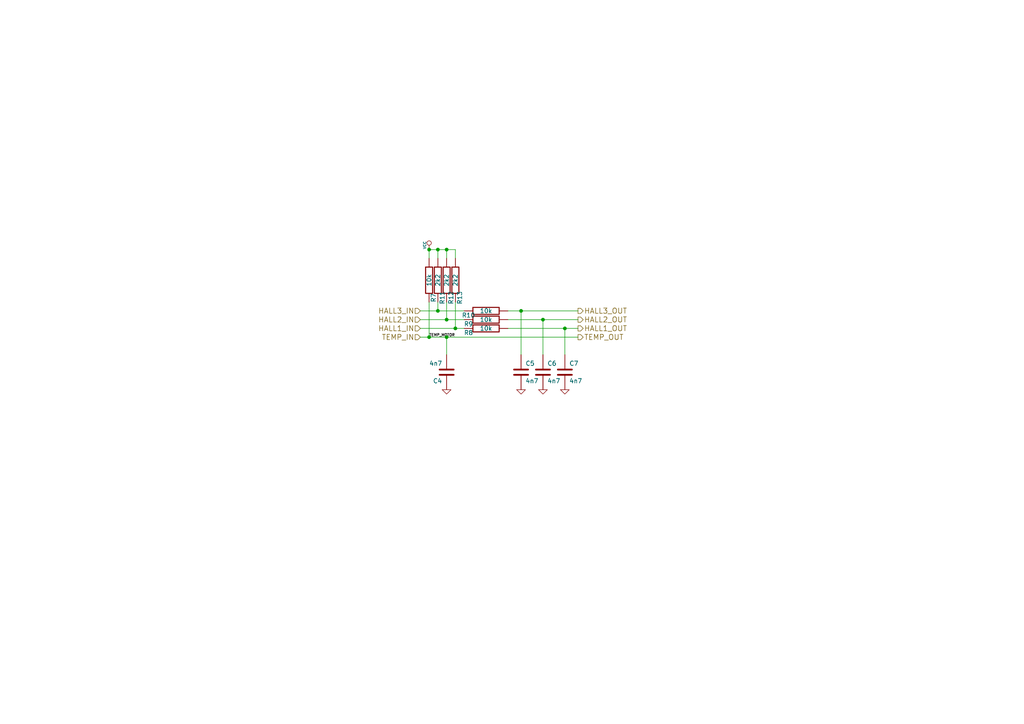
<source format=kicad_sch>
(kicad_sch (version 20230121) (generator eeschema)

  (uuid eb753b7a-d2af-4185-b76d-a71b2ec90ec6)

  (paper "A4")

  (title_block
    (title "BLDC Driver 4.11")
    (date "21 aug 2015")
    (rev "4.12")
    (company "Benjamin Vedder")
  )

  (lib_symbols
    (symbol "BLDC_4-rescue:C-RESCUE-BLDC_4" (pin_numbers hide) (pin_names (offset 0.254)) (in_bom yes) (on_board yes)
      (property "Reference" "C" (at 0 2.54 0)
        (effects (font (size 1.016 1.016)) (justify left))
      )
      (property "Value" "C-RESCUE-BLDC_4" (at 0.1524 -2.159 0)
        (effects (font (size 1.016 1.016)) (justify left))
      )
      (property "Footprint" "" (at 0.9652 -3.81 0)
        (effects (font (size 0.762 0.762)))
      )
      (property "Datasheet" "" (at 0 0 0)
        (effects (font (size 1.524 1.524)))
      )
      (property "ki_fp_filters" "SM* C? C1-1" (at 0 0 0)
        (effects (font (size 1.27 1.27)) hide)
      )
      (symbol "C-RESCUE-BLDC_4_0_1"
        (polyline
          (pts
            (xy -2.032 -0.762)
            (xy 2.032 -0.762)
          )
          (stroke (width 0.508) (type solid))
          (fill (type none))
        )
        (polyline
          (pts
            (xy -2.032 0.762)
            (xy 2.032 0.762)
          )
          (stroke (width 0.508) (type solid))
          (fill (type none))
        )
      )
      (symbol "C-RESCUE-BLDC_4_1_1"
        (pin passive line (at 0 5.08 270) (length 4.318)
          (name "~" (effects (font (size 1.016 1.016))))
          (number "1" (effects (font (size 1.016 1.016))))
        )
        (pin passive line (at 0 -5.08 90) (length 4.318)
          (name "~" (effects (font (size 1.016 1.016))))
          (number "2" (effects (font (size 1.016 1.016))))
        )
      )
    )
    (symbol "BLDC_4-rescue:GND-RESCUE-BLDC_4" (power) (pin_names (offset 0)) (in_bom yes) (on_board yes)
      (property "Reference" "#PWR" (at 0 0 0)
        (effects (font (size 0.762 0.762)) hide)
      )
      (property "Value" "GND-RESCUE-BLDC_4" (at 0 -1.778 0)
        (effects (font (size 0.762 0.762)) hide)
      )
      (property "Footprint" "" (at 0 0 0)
        (effects (font (size 1.524 1.524)))
      )
      (property "Datasheet" "" (at 0 0 0)
        (effects (font (size 1.524 1.524)))
      )
      (symbol "GND-RESCUE-BLDC_4_0_1"
        (polyline
          (pts
            (xy -1.27 0)
            (xy 0 -1.27)
            (xy 1.27 0)
            (xy -1.27 0)
          )
          (stroke (width 0) (type solid))
          (fill (type none))
        )
      )
      (symbol "GND-RESCUE-BLDC_4_1_1"
        (pin power_in line (at 0 0 90) (length 0) hide
          (name "GND" (effects (font (size 0.762 0.762))))
          (number "1" (effects (font (size 0.762 0.762))))
        )
      )
    )
    (symbol "BLDC_4-rescue:R-RESCUE-BLDC_4" (pin_numbers hide) (pin_names (offset 0)) (in_bom yes) (on_board yes)
      (property "Reference" "R" (at 2.032 0 90)
        (effects (font (size 1.016 1.016)))
      )
      (property "Value" "R-RESCUE-BLDC_4" (at 0.1778 0.0254 90)
        (effects (font (size 1.016 1.016)))
      )
      (property "Footprint" "" (at -1.778 0 90)
        (effects (font (size 0.762 0.762)))
      )
      (property "Datasheet" "" (at 0 0 0)
        (effects (font (size 0.762 0.762)))
      )
      (property "ki_fp_filters" "R? SM0603 SM0805 R?-* SM1206" (at 0 0 0)
        (effects (font (size 1.27 1.27)) hide)
      )
      (symbol "R-RESCUE-BLDC_4_0_1"
        (rectangle (start -1.016 3.81) (end 1.016 -3.81)
          (stroke (width 0.3048) (type solid))
          (fill (type none))
        )
      )
      (symbol "R-RESCUE-BLDC_4_1_1"
        (pin passive line (at 0 6.35 270) (length 2.54)
          (name "~" (effects (font (size 1.524 1.524))))
          (number "1" (effects (font (size 1.524 1.524))))
        )
        (pin passive line (at 0 -6.35 90) (length 2.54)
          (name "~" (effects (font (size 1.524 1.524))))
          (number "2" (effects (font (size 1.524 1.524))))
        )
      )
    )
    (symbol "BLDC_4-rescue:VCC" (power) (pin_names (offset 0)) (in_bom yes) (on_board yes)
      (property "Reference" "#PWR" (at 0 -3.81 0)
        (effects (font (size 1.27 1.27)) hide)
      )
      (property "Value" "VCC" (at 0 3.81 0)
        (effects (font (size 1.27 1.27)))
      )
      (property "Footprint" "" (at 0 0 0)
        (effects (font (size 1.524 1.524)))
      )
      (property "Datasheet" "" (at 0 0 0)
        (effects (font (size 1.524 1.524)))
      )
      (symbol "VCC_0_1"
        (polyline
          (pts
            (xy 0 0)
            (xy 0 1.27)
          )
          (stroke (width 0) (type solid))
          (fill (type none))
        )
        (circle (center 0 1.905) (radius 0.635)
          (stroke (width 0) (type solid))
          (fill (type none))
        )
      )
      (symbol "VCC_1_1"
        (pin power_in line (at 0 0 90) (length 0) hide
          (name "VCC" (effects (font (size 1.27 1.27))))
          (number "1" (effects (font (size 1.27 1.27))))
        )
      )
    )
  )

  (junction (at 124.46 72.39) (diameter 0) (color 0 0 0 0)
    (uuid 032bc6b7-facf-47de-9a22-f7353a1605aa)
  )
  (junction (at 151.13 90.17) (diameter 0) (color 0 0 0 0)
    (uuid 17d2729e-0a32-484e-95a3-cf5876dcc221)
  )
  (junction (at 127 90.17) (diameter 0) (color 0 0 0 0)
    (uuid 282fdeaa-2df5-4d21-b183-1208c39e7b9b)
  )
  (junction (at 132.08 95.25) (diameter 0) (color 0 0 0 0)
    (uuid 415770f9-f18a-4650-9a47-180476c723c3)
  )
  (junction (at 129.54 72.39) (diameter 0) (color 0 0 0 0)
    (uuid 4af4c2e4-436b-483f-9e04-8fabdc871273)
  )
  (junction (at 163.83 95.25) (diameter 0) (color 0 0 0 0)
    (uuid 70b30de8-b905-4b3f-97f1-3c2958a12d24)
  )
  (junction (at 129.54 92.71) (diameter 0) (color 0 0 0 0)
    (uuid 7d32baea-97e3-4788-bdf2-9d8a49db26aa)
  )
  (junction (at 129.54 97.79) (diameter 0) (color 0 0 0 0)
    (uuid 8901991f-9986-43f8-9582-fd0870b5f7c8)
  )
  (junction (at 124.46 97.79) (diameter 0) (color 0 0 0 0)
    (uuid 8b9a9e28-2a66-40ed-b988-3b5d272ad8ae)
  )
  (junction (at 157.48 92.71) (diameter 0) (color 0 0 0 0)
    (uuid 9e4f4a7d-f492-4bc7-bf79-d9db7563cc3a)
  )
  (junction (at 127 72.39) (diameter 0) (color 0 0 0 0)
    (uuid e709eec3-84a4-48c9-abe6-07cc5708fca0)
  )

  (wire (pts (xy 147.32 90.17) (xy 151.13 90.17))
    (stroke (width 0) (type default))
    (uuid 06aca1d9-1486-4aa9-ae33-dbc239b8202e)
  )
  (wire (pts (xy 124.46 87.63) (xy 124.46 97.79))
    (stroke (width 0) (type default))
    (uuid 13a5bbca-970d-41c7-a749-b665138396c5)
  )
  (wire (pts (xy 151.13 90.17) (xy 151.13 102.87))
    (stroke (width 0) (type default))
    (uuid 14bbdb0c-9cd7-463f-a013-0f7ca89a118a)
  )
  (wire (pts (xy 132.08 87.63) (xy 132.08 95.25))
    (stroke (width 0) (type default))
    (uuid 19b165d3-dfdc-4783-9011-f01e889a8de2)
  )
  (wire (pts (xy 129.54 72.39) (xy 129.54 74.93))
    (stroke (width 0) (type default))
    (uuid 23194465-81ff-4314-9fe9-7d876b7dc1f7)
  )
  (wire (pts (xy 147.32 92.71) (xy 157.48 92.71))
    (stroke (width 0) (type default))
    (uuid 279e5225-f5b5-4b66-a856-e9e80337967c)
  )
  (wire (pts (xy 124.46 72.39) (xy 124.46 74.93))
    (stroke (width 0) (type default))
    (uuid 3ec2e5b8-56e0-4739-bf79-a6c0b87a87ed)
  )
  (wire (pts (xy 121.92 92.71) (xy 129.54 92.71))
    (stroke (width 0) (type default))
    (uuid 6b86998d-2503-4e58-a7cd-b85a8bb82367)
  )
  (wire (pts (xy 129.54 72.39) (xy 132.08 72.39))
    (stroke (width 0) (type default))
    (uuid 78bf6de2-3dd6-4eca-8982-4d1558c64229)
  )
  (wire (pts (xy 124.46 97.79) (xy 129.54 97.79))
    (stroke (width 0) (type default))
    (uuid 7a0d15de-adea-41b4-972f-24d4b61e7d17)
  )
  (wire (pts (xy 129.54 97.79) (xy 167.64 97.79))
    (stroke (width 0) (type default))
    (uuid 7c3b9c6a-d0bb-47eb-84c5-b30ccd7b7a69)
  )
  (wire (pts (xy 157.48 92.71) (xy 167.64 92.71))
    (stroke (width 0) (type default))
    (uuid 831087da-32cd-4de7-82fb-5d4fe91b1533)
  )
  (wire (pts (xy 124.46 72.39) (xy 127 72.39))
    (stroke (width 0) (type default))
    (uuid 852cbbdc-cf63-4716-9842-48514d159d7e)
  )
  (wire (pts (xy 127 74.93) (xy 127 72.39))
    (stroke (width 0) (type default))
    (uuid 86837189-bf30-4fc3-93e1-4a951c05114d)
  )
  (wire (pts (xy 127 90.17) (xy 134.62 90.17))
    (stroke (width 0) (type default))
    (uuid 8885b393-df98-443c-a169-dee11badcd43)
  )
  (wire (pts (xy 129.54 92.71) (xy 134.62 92.71))
    (stroke (width 0) (type default))
    (uuid 8a1a48dd-5b16-45b5-ae60-a37455475607)
  )
  (wire (pts (xy 157.48 92.71) (xy 157.48 102.87))
    (stroke (width 0) (type default))
    (uuid 94611a02-ceda-4d13-bc7f-c5c1f811807e)
  )
  (wire (pts (xy 129.54 97.79) (xy 129.54 102.87))
    (stroke (width 0) (type default))
    (uuid 98257eee-5712-4f4c-aec9-226513d06c3a)
  )
  (wire (pts (xy 121.92 90.17) (xy 127 90.17))
    (stroke (width 0) (type default))
    (uuid 99e9a6e1-b2b1-4bcb-b431-09a8514a7df0)
  )
  (wire (pts (xy 151.13 90.17) (xy 167.64 90.17))
    (stroke (width 0) (type default))
    (uuid 9aec58b1-f9f6-42be-8bb0-532db2f78a68)
  )
  (wire (pts (xy 127 72.39) (xy 129.54 72.39))
    (stroke (width 0) (type default))
    (uuid a456d9c8-08fb-4407-b3ef-e2bee5991ba1)
  )
  (wire (pts (xy 132.08 95.25) (xy 134.62 95.25))
    (stroke (width 0) (type default))
    (uuid a7eafdde-1f86-463d-bddc-d80bb4775a22)
  )
  (wire (pts (xy 163.83 95.25) (xy 163.83 102.87))
    (stroke (width 0) (type default))
    (uuid af55c4ed-ccaf-4b7e-85e3-7383d667304f)
  )
  (wire (pts (xy 121.92 95.25) (xy 132.08 95.25))
    (stroke (width 0) (type default))
    (uuid afc2122e-bfd8-4a4e-8a50-4ec846f07876)
  )
  (wire (pts (xy 121.92 97.79) (xy 124.46 97.79))
    (stroke (width 0) (type default))
    (uuid b4c2f19e-3cb7-4953-97b5-df2fd5cbff68)
  )
  (wire (pts (xy 132.08 72.39) (xy 132.08 74.93))
    (stroke (width 0) (type default))
    (uuid bd875256-c84b-4651-9a3e-bfb5360d16d9)
  )
  (wire (pts (xy 127 87.63) (xy 127 90.17))
    (stroke (width 0) (type default))
    (uuid ccab8b19-c15b-486d-917e-b9c3ba979218)
  )
  (wire (pts (xy 129.54 87.63) (xy 129.54 92.71))
    (stroke (width 0) (type default))
    (uuid d5afc06d-b487-441f-bdd4-03da52714619)
  )
  (wire (pts (xy 163.83 95.25) (xy 167.64 95.25))
    (stroke (width 0) (type default))
    (uuid f095ac58-9ec8-4f3c-890e-52fb85110fea)
  )
  (wire (pts (xy 147.32 95.25) (xy 163.83 95.25))
    (stroke (width 0) (type default))
    (uuid fca3ae60-2bd4-46cd-abf8-5e974df2a75d)
  )

  (label "TEMP_MOTOR" (at 124.46 97.79 0)
    (effects (font (size 0.762 0.762)) (justify left bottom))
    (uuid 4282f0b5-5925-40ef-a3df-46209af015f8)
  )

  (hierarchical_label "HALL2_IN" (shape input) (at 121.92 92.71 180)
    (effects (font (size 1.524 1.524)) (justify right))
    (uuid 0fa5aafe-33e4-4d98-b86b-95737a3daca6)
  )
  (hierarchical_label "TEMP_IN" (shape input) (at 121.92 97.79 180)
    (effects (font (size 1.524 1.524)) (justify right))
    (uuid 3f48bede-c60b-4eec-8f66-590e13887546)
  )
  (hierarchical_label "HALL1_IN" (shape input) (at 121.92 95.25 180)
    (effects (font (size 1.524 1.524)) (justify right))
    (uuid 5b762a04-7ad7-41df-b1ff-ec5e0a9cf815)
  )
  (hierarchical_label "TEMP_OUT" (shape output) (at 167.64 97.79 0)
    (effects (font (size 1.524 1.524)) (justify left))
    (uuid 5d578965-495c-4565-82d0-4de16d272cd2)
  )
  (hierarchical_label "HALL3_IN" (shape input) (at 121.92 90.17 180)
    (effects (font (size 1.524 1.524)) (justify right))
    (uuid 622ab4b7-8a09-4740-91a3-dc30b16ccd68)
  )
  (hierarchical_label "HALL1_OUT" (shape output) (at 167.64 95.25 0)
    (effects (font (size 1.524 1.524)) (justify left))
    (uuid 6dff6652-6c39-4a18-8afd-ada928cf55d5)
  )
  (hierarchical_label "HALL2_OUT" (shape output) (at 167.64 92.71 0)
    (effects (font (size 1.524 1.524)) (justify left))
    (uuid 8a22271b-2810-4af3-b089-e5dcea791b3e)
  )
  (hierarchical_label "HALL3_OUT" (shape output) (at 167.64 90.17 0)
    (effects (font (size 1.524 1.524)) (justify left))
    (uuid 8bea05df-caed-40a3-8918-5d520778a834)
  )

  (symbol (lib_id "BLDC_4-rescue:R-RESCUE-BLDC_4") (at 124.46 81.28 180) (unit 1)
    (in_bom yes) (on_board yes) (dnp no)
    (uuid 00000000-0000-0000-0000-000053fbb581)
    (property "Reference" "R7" (at 125.73 86.36 90)
      (effects (font (size 1.27 1.27)))
    )
    (property "Value" "10k" (at 124.46 81.28 90)
      (effects (font (size 1.27 1.27)))
    )
    (property "Footprint" "CRF1:SMD-0603_r" (at 124.46 81.28 0)
      (effects (font (size 1.524 1.524)) hide)
    )
    (property "Datasheet" "" (at 124.46 81.28 0)
      (effects (font (size 1.524 1.524)) hide)
    )
    (pin "1" (uuid b505b109-f787-4b22-8f77-fce686d71b77))
    (pin "2" (uuid 009344cc-0f02-4715-aa02-581f6aa34bc0))
    (instances
      (project "BLDC_4"
        (path "/c7d1ef6e-971c-44f9-9b38-5ce7961bd2ce/00000000-0000-0000-0000-000053fba77e"
          (reference "R7") (unit 1)
        )
      )
    )
  )

  (symbol (lib_id "BLDC_4-rescue:R-RESCUE-BLDC_4") (at 140.97 95.25 90) (unit 1)
    (in_bom yes) (on_board yes) (dnp no)
    (uuid 00000000-0000-0000-0000-000053fbb588)
    (property "Reference" "R8" (at 135.89 96.52 90)
      (effects (font (size 1.27 1.27)))
    )
    (property "Value" "10k" (at 140.97 95.25 90)
      (effects (font (size 1.27 1.27)))
    )
    (property "Footprint" "CRF1:SMD-0603_r" (at 140.97 95.25 0)
      (effects (font (size 1.524 1.524)) hide)
    )
    (property "Datasheet" "" (at 140.97 95.25 0)
      (effects (font (size 1.524 1.524)) hide)
    )
    (pin "1" (uuid 4073c34e-e797-448d-910d-2876cd74a9ff))
    (pin "2" (uuid 4473095f-ac88-41e2-bc9a-4d6b264f5ce3))
    (instances
      (project "BLDC_4"
        (path "/c7d1ef6e-971c-44f9-9b38-5ce7961bd2ce/00000000-0000-0000-0000-000053fba77e"
          (reference "R8") (unit 1)
        )
      )
    )
  )

  (symbol (lib_id "BLDC_4-rescue:R-RESCUE-BLDC_4") (at 140.97 92.71 90) (unit 1)
    (in_bom yes) (on_board yes) (dnp no)
    (uuid 00000000-0000-0000-0000-000053fbb58f)
    (property "Reference" "R9" (at 135.89 93.98 90)
      (effects (font (size 1.27 1.27)))
    )
    (property "Value" "10k" (at 140.97 92.71 90)
      (effects (font (size 1.27 1.27)))
    )
    (property "Footprint" "CRF1:SMD-0603_r" (at 140.97 92.71 0)
      (effects (font (size 1.524 1.524)) hide)
    )
    (property "Datasheet" "" (at 140.97 92.71 0)
      (effects (font (size 1.524 1.524)) hide)
    )
    (pin "1" (uuid 813436fa-421f-49be-a736-b1f85869435f))
    (pin "2" (uuid bc76c826-ec16-414a-be8f-bca0109823b0))
    (instances
      (project "BLDC_4"
        (path "/c7d1ef6e-971c-44f9-9b38-5ce7961bd2ce/00000000-0000-0000-0000-000053fba77e"
          (reference "R9") (unit 1)
        )
      )
    )
  )

  (symbol (lib_id "BLDC_4-rescue:R-RESCUE-BLDC_4") (at 140.97 90.17 90) (unit 1)
    (in_bom yes) (on_board yes) (dnp no)
    (uuid 00000000-0000-0000-0000-000053fbb596)
    (property "Reference" "R10" (at 135.89 91.44 90)
      (effects (font (size 1.27 1.27)))
    )
    (property "Value" "10k" (at 140.97 90.17 90)
      (effects (font (size 1.27 1.27)))
    )
    (property "Footprint" "CRF1:SMD-0603_r" (at 140.97 90.17 0)
      (effects (font (size 1.524 1.524)) hide)
    )
    (property "Datasheet" "" (at 140.97 90.17 0)
      (effects (font (size 1.524 1.524)) hide)
    )
    (pin "1" (uuid 502b749b-4515-418b-9b0b-2e31b42e41a6))
    (pin "2" (uuid 97229c1d-4265-45f1-82d0-16d9f3f42b6d))
    (instances
      (project "BLDC_4"
        (path "/c7d1ef6e-971c-44f9-9b38-5ce7961bd2ce/00000000-0000-0000-0000-000053fba77e"
          (reference "R10") (unit 1)
        )
      )
    )
  )

  (symbol (lib_id "BLDC_4-rescue:C-RESCUE-BLDC_4") (at 151.13 107.95 0) (unit 1)
    (in_bom yes) (on_board yes) (dnp no)
    (uuid 00000000-0000-0000-0000-000053fbb59d)
    (property "Reference" "C5" (at 152.4 105.41 0)
      (effects (font (size 1.27 1.27)) (justify left))
    )
    (property "Value" "4n7" (at 152.4 110.49 0)
      (effects (font (size 1.27 1.27)) (justify left))
    )
    (property "Footprint" "CRF1:SMD-0603_c" (at 151.13 107.95 0)
      (effects (font (size 1.524 1.524)) hide)
    )
    (property "Datasheet" "" (at 151.13 107.95 0)
      (effects (font (size 1.524 1.524)) hide)
    )
    (pin "1" (uuid 518165a0-995e-4f82-8e0e-c943d13f9c94))
    (pin "2" (uuid 1745fd1f-f389-430c-9aa1-e3940584c9a2))
    (instances
      (project "BLDC_4"
        (path "/c7d1ef6e-971c-44f9-9b38-5ce7961bd2ce/00000000-0000-0000-0000-000053fba77e"
          (reference "C5") (unit 1)
        )
      )
    )
  )

  (symbol (lib_id "BLDC_4-rescue:C-RESCUE-BLDC_4") (at 157.48 107.95 0) (unit 1)
    (in_bom yes) (on_board yes) (dnp no)
    (uuid 00000000-0000-0000-0000-000053fbb5a4)
    (property "Reference" "C6" (at 158.75 105.41 0)
      (effects (font (size 1.27 1.27)) (justify left))
    )
    (property "Value" "4n7" (at 158.75 110.49 0)
      (effects (font (size 1.27 1.27)) (justify left))
    )
    (property "Footprint" "CRF1:SMD-0603_c" (at 157.48 107.95 0)
      (effects (font (size 1.524 1.524)) hide)
    )
    (property "Datasheet" "" (at 157.48 107.95 0)
      (effects (font (size 1.524 1.524)) hide)
    )
    (pin "2" (uuid b69f9a9b-72a7-40b9-8b48-ddbcf248d933))
    (pin "1" (uuid bbbdd6ed-6af7-4784-a111-53435f8a991e))
    (instances
      (project "BLDC_4"
        (path "/c7d1ef6e-971c-44f9-9b38-5ce7961bd2ce/00000000-0000-0000-0000-000053fba77e"
          (reference "C6") (unit 1)
        )
      )
    )
  )

  (symbol (lib_id "BLDC_4-rescue:C-RESCUE-BLDC_4") (at 163.83 107.95 0) (unit 1)
    (in_bom yes) (on_board yes) (dnp no)
    (uuid 00000000-0000-0000-0000-000053fbb5ab)
    (property "Reference" "C7" (at 165.1 105.41 0)
      (effects (font (size 1.27 1.27)) (justify left))
    )
    (property "Value" "4n7" (at 165.1 110.49 0)
      (effects (font (size 1.27 1.27)) (justify left))
    )
    (property "Footprint" "CRF1:SMD-0603_c" (at 163.83 107.95 0)
      (effects (font (size 1.524 1.524)) hide)
    )
    (property "Datasheet" "" (at 163.83 107.95 0)
      (effects (font (size 1.524 1.524)) hide)
    )
    (pin "1" (uuid 75c6ed5a-e019-47c9-8510-13600cb3e6a2))
    (pin "2" (uuid fbb75a50-430f-48c5-9b7b-537ec2662582))
    (instances
      (project "BLDC_4"
        (path "/c7d1ef6e-971c-44f9-9b38-5ce7961bd2ce/00000000-0000-0000-0000-000053fba77e"
          (reference "C7") (unit 1)
        )
      )
    )
  )

  (symbol (lib_id "BLDC_4-rescue:GND-RESCUE-BLDC_4") (at 151.13 113.03 0) (unit 1)
    (in_bom yes) (on_board yes) (dnp no)
    (uuid 00000000-0000-0000-0000-000053fbb5b2)
    (property "Reference" "#PWR030" (at 151.13 113.03 0)
      (effects (font (size 0.762 0.762)) hide)
    )
    (property "Value" "GND" (at 151.13 114.808 0)
      (effects (font (size 0.762 0.762)) hide)
    )
    (property "Footprint" "" (at 151.13 113.03 0)
      (effects (font (size 1.524 1.524)) hide)
    )
    (property "Datasheet" "" (at 151.13 113.03 0)
      (effects (font (size 1.524 1.524)) hide)
    )
    (pin "1" (uuid 90c046a5-1c9d-4ac2-8fcd-53c6956dde9c))
    (instances
      (project "BLDC_4"
        (path "/c7d1ef6e-971c-44f9-9b38-5ce7961bd2ce/00000000-0000-0000-0000-000053fba77e"
          (reference "#PWR030") (unit 1)
        )
      )
    )
  )

  (symbol (lib_id "BLDC_4-rescue:R-RESCUE-BLDC_4") (at 127 81.28 180) (unit 1)
    (in_bom yes) (on_board yes) (dnp no)
    (uuid 00000000-0000-0000-0000-000053fbb5b8)
    (property "Reference" "R11" (at 128.27 86.36 90)
      (effects (font (size 1.27 1.27)))
    )
    (property "Value" "2k2" (at 127 81.28 90)
      (effects (font (size 1.27 1.27)))
    )
    (property "Footprint" "CRF1:SMD-0603_r" (at 127 81.28 0)
      (effects (font (size 1.524 1.524)) hide)
    )
    (property "Datasheet" "" (at 127 81.28 0)
      (effects (font (size 1.524 1.524)) hide)
    )
    (pin "1" (uuid 6c4e3fc5-877e-4b93-a1fa-6e88cfe6629c))
    (pin "2" (uuid 4f7833d6-a8c3-44a3-9b48-75846b31d442))
    (instances
      (project "BLDC_4"
        (path "/c7d1ef6e-971c-44f9-9b38-5ce7961bd2ce/00000000-0000-0000-0000-000053fba77e"
          (reference "R11") (unit 1)
        )
      )
    )
  )

  (symbol (lib_id "BLDC_4-rescue:R-RESCUE-BLDC_4") (at 129.54 81.28 180) (unit 1)
    (in_bom yes) (on_board yes) (dnp no)
    (uuid 00000000-0000-0000-0000-000053fbb5bf)
    (property "Reference" "R12" (at 130.81 86.36 90)
      (effects (font (size 1.27 1.27)))
    )
    (property "Value" "2k2" (at 129.54 81.28 90)
      (effects (font (size 1.27 1.27)))
    )
    (property "Footprint" "CRF1:SMD-0603_r" (at 129.54 81.28 0)
      (effects (font (size 1.524 1.524)) hide)
    )
    (property "Datasheet" "" (at 129.54 81.28 0)
      (effects (font (size 1.524 1.524)) hide)
    )
    (pin "1" (uuid 7216edb4-6f33-4eda-bad8-0fe49f5fcbe7))
    (pin "2" (uuid 2c1fadaa-f48f-4d8d-93ae-58c9520fc64d))
    (instances
      (project "BLDC_4"
        (path "/c7d1ef6e-971c-44f9-9b38-5ce7961bd2ce/00000000-0000-0000-0000-000053fba77e"
          (reference "R12") (unit 1)
        )
      )
    )
  )

  (symbol (lib_id "BLDC_4-rescue:R-RESCUE-BLDC_4") (at 132.08 81.28 180) (unit 1)
    (in_bom yes) (on_board yes) (dnp no)
    (uuid 00000000-0000-0000-0000-000053fbb5c6)
    (property "Reference" "R13" (at 133.35 86.36 90)
      (effects (font (size 1.27 1.27)))
    )
    (property "Value" "2k2" (at 132.08 81.28 90)
      (effects (font (size 1.27 1.27)))
    )
    (property "Footprint" "CRF1:SMD-0603_r" (at 132.08 81.28 0)
      (effects (font (size 1.524 1.524)) hide)
    )
    (property "Datasheet" "" (at 132.08 81.28 0)
      (effects (font (size 1.524 1.524)) hide)
    )
    (pin "2" (uuid 0ce1e747-74d7-4f25-8dcc-9836f59771ab))
    (pin "1" (uuid 24e86806-c715-4ce5-a139-c74dce3042eb))
    (instances
      (project "BLDC_4"
        (path "/c7d1ef6e-971c-44f9-9b38-5ce7961bd2ce/00000000-0000-0000-0000-000053fba77e"
          (reference "R13") (unit 1)
        )
      )
    )
  )

  (symbol (lib_id "BLDC_4-rescue:C-RESCUE-BLDC_4") (at 129.54 107.95 180) (unit 1)
    (in_bom yes) (on_board yes) (dnp no)
    (uuid 00000000-0000-0000-0000-000053fbb5cd)
    (property "Reference" "C4" (at 128.27 110.49 0)
      (effects (font (size 1.27 1.27)) (justify left))
    )
    (property "Value" "4n7" (at 128.27 105.41 0)
      (effects (font (size 1.27 1.27)) (justify left))
    )
    (property "Footprint" "CRF1:SMD-0603_c" (at 129.54 107.95 0)
      (effects (font (size 1.524 1.524)) hide)
    )
    (property "Datasheet" "" (at 129.54 107.95 0)
      (effects (font (size 1.524 1.524)) hide)
    )
    (pin "1" (uuid 984e659f-de60-4d8a-9aa9-e3cb5a31ec8f))
    (pin "2" (uuid b4fc6517-ac5f-4569-8cae-ec3a340ff4d5))
    (instances
      (project "BLDC_4"
        (path "/c7d1ef6e-971c-44f9-9b38-5ce7961bd2ce/00000000-0000-0000-0000-000053fba77e"
          (reference "C4") (unit 1)
        )
      )
    )
  )

  (symbol (lib_id "BLDC_4-rescue:GND-RESCUE-BLDC_4") (at 129.54 113.03 0) (unit 1)
    (in_bom yes) (on_board yes) (dnp no)
    (uuid 00000000-0000-0000-0000-000053fbb5d4)
    (property "Reference" "#PWR031" (at 129.54 113.03 0)
      (effects (font (size 0.762 0.762)) hide)
    )
    (property "Value" "GND" (at 129.54 114.808 0)
      (effects (font (size 0.762 0.762)) hide)
    )
    (property "Footprint" "" (at 129.54 113.03 0)
      (effects (font (size 1.524 1.524)) hide)
    )
    (property "Datasheet" "" (at 129.54 113.03 0)
      (effects (font (size 1.524 1.524)) hide)
    )
    (pin "1" (uuid aa5ee5e9-b5b8-4b67-bf67-56c753c76635))
    (instances
      (project "BLDC_4"
        (path "/c7d1ef6e-971c-44f9-9b38-5ce7961bd2ce/00000000-0000-0000-0000-000053fba77e"
          (reference "#PWR031") (unit 1)
        )
      )
    )
  )

  (symbol (lib_id "BLDC_4-rescue:VCC") (at 124.46 72.39 0) (unit 1)
    (in_bom yes) (on_board yes) (dnp no)
    (uuid 00000000-0000-0000-0000-000053fbb5da)
    (property "Reference" "#PWR032" (at 124.46 69.85 0)
      (effects (font (size 0.762 0.762)) hide)
    )
    (property "Value" "VCC" (at 123.19 71.12 90)
      (effects (font (size 0.762 0.762)))
    )
    (property "Footprint" "" (at 124.46 72.39 0)
      (effects (font (size 1.524 1.524)) hide)
    )
    (property "Datasheet" "" (at 124.46 72.39 0)
      (effects (font (size 1.524 1.524)) hide)
    )
    (pin "1" (uuid b1f574cd-de8b-43d2-a709-b846e3e07c1d))
    (instances
      (project "BLDC_4"
        (path "/c7d1ef6e-971c-44f9-9b38-5ce7961bd2ce/00000000-0000-0000-0000-000053fba77e"
          (reference "#PWR032") (unit 1)
        )
      )
    )
  )

  (symbol (lib_id "BLDC_4-rescue:GND-RESCUE-BLDC_4") (at 157.48 113.03 0) (unit 1)
    (in_bom yes) (on_board yes) (dnp no)
    (uuid 00000000-0000-0000-0000-000053fbb5f9)
    (property "Reference" "#PWR033" (at 157.48 113.03 0)
      (effects (font (size 0.762 0.762)) hide)
    )
    (property "Value" "GND" (at 157.48 114.808 0)
      (effects (font (size 0.762 0.762)) hide)
    )
    (property "Footprint" "" (at 157.48 113.03 0)
      (effects (font (size 1.524 1.524)) hide)
    )
    (property "Datasheet" "" (at 157.48 113.03 0)
      (effects (font (size 1.524 1.524)) hide)
    )
    (pin "1" (uuid a1f8ac2d-1977-4681-bfdc-b06a9ee2202f))
    (instances
      (project "BLDC_4"
        (path "/c7d1ef6e-971c-44f9-9b38-5ce7961bd2ce/00000000-0000-0000-0000-000053fba77e"
          (reference "#PWR033") (unit 1)
        )
      )
    )
  )

  (symbol (lib_id "BLDC_4-rescue:GND-RESCUE-BLDC_4") (at 163.83 113.03 0) (unit 1)
    (in_bom yes) (on_board yes) (dnp no)
    (uuid 00000000-0000-0000-0000-000053fbb5ff)
    (property "Reference" "#PWR034" (at 163.83 113.03 0)
      (effects (font (size 0.762 0.762)) hide)
    )
    (property "Value" "GND" (at 163.83 114.808 0)
      (effects (font (size 0.762 0.762)) hide)
    )
    (property "Footprint" "" (at 163.83 113.03 0)
      (effects (font (size 1.524 1.524)) hide)
    )
    (property "Datasheet" "" (at 163.83 113.03 0)
      (effects (font (size 1.524 1.524)) hide)
    )
    (pin "1" (uuid 086ba887-52cc-4724-b46f-0137f31b92b9))
    (instances
      (project "BLDC_4"
        (path "/c7d1ef6e-971c-44f9-9b38-5ce7961bd2ce/00000000-0000-0000-0000-000053fba77e"
          (reference "#PWR034") (unit 1)
        )
      )
    )
  )
)

</source>
